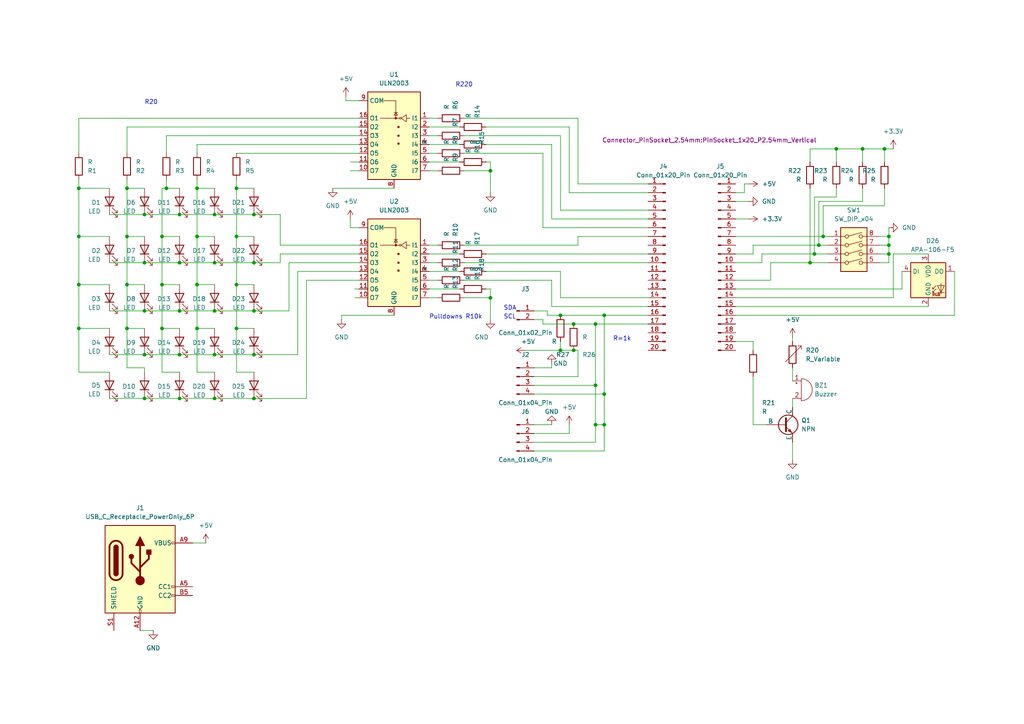
<source format=kicad_sch>
(kicad_sch (version 20230121) (generator eeschema)
  (paper "A4")
  (lib_symbols
    (symbol "Connector:Conn_01x02_Pin" (pin_names (offset 1.016) hide)
      (property "Reference" "J" (at 0 2.54 0))
      (property "Value" "Conn_01x02_Pin" (at 0 -5.08 0))
      (symbol "Conn_01x02_Pin_1_1"
        (pin passive line (at 5.08 0 180) (length 3.81) (name "Pin_1") (number "1"))
        (pin passive line (at 5.08 -2.54 180) (length 3.81) (name "Pin_2") (number "2"))
      )
    )
    (symbol "Connector:Conn_01x04_Pin" (pin_names (offset 1.016) hide)
      (property "Reference" "J" (at 0 5.08 0))
      (property "Value" "Conn_01x04_Pin" (at 0 -7.62 0))
      (symbol "Conn_01x04_Pin_1_1"
        (pin passive line (at 5.08 2.54 180) (length 3.81) (name "Pin_1") (number "1"))
        (pin passive line (at 5.08 0 180) (length 3.81) (name "Pin_2") (number "2"))
        (pin passive line (at 5.08 -2.54 180) (length 3.81) (name "Pin_3") (number "3"))
        (pin passive line (at 5.08 -5.08 180) (length 3.81) (name "Pin_4") (number "4"))
      )
    )
    (symbol "Connector:Conn_01x20_Pin" (pin_names (offset 1.016) hide)
      (property "Reference" "J" (at 0 25.4 0))
      (property "Value" "Conn_01x20_Pin" (at 0 -27.94 0))
      (symbol "Conn_01x20_Pin_1_1"
        (pin passive line (at 5.08 22.86 180) (length 3.81) (name "Pin_1") (number "1"))
        (pin passive line (at 5.08 0 180) (length 3.81) (name "Pin_10") (number "10"))
        (pin passive line (at 5.08 -2.54 180) (length 3.81) (name "Pin_11") (number "11"))
        (pin passive line (at 5.08 -5.08 180) (length 3.81) (name "Pin_12") (number "12"))
        (pin passive line (at 5.08 -7.62 180) (length 3.81) (name "Pin_13") (number "13"))
        (pin passive line (at 5.08 -10.16 180) (length 3.81) (name "Pin_14") (number "14"))
        (pin passive line (at 5.08 -12.7 180) (length 3.81) (name "Pin_15") (number "15"))
        (pin passive line (at 5.08 -15.24 180) (length 3.81) (name "Pin_16") (number "16"))
        (pin passive line (at 5.08 -17.78 180) (length 3.81) (name "Pin_17") (number "17"))
        (pin passive line (at 5.08 -20.32 180) (length 3.81) (name "Pin_18") (number "18"))
        (pin passive line (at 5.08 -22.86 180) (length 3.81) (name "Pin_19") (number "19"))
        (pin passive line (at 5.08 20.32 180) (length 3.81) (name "Pin_2") (number "2"))
        (pin passive line (at 5.08 -25.4 180) (length 3.81) (name "Pin_20") (number "20"))
        (pin passive line (at 5.08 17.78 180) (length 3.81) (name "Pin_3") (number "3"))
        (pin passive line (at 5.08 15.24 180) (length 3.81) (name "Pin_4") (number "4"))
        (pin passive line (at 5.08 12.7 180) (length 3.81) (name "Pin_5") (number "5"))
        (pin passive line (at 5.08 10.16 180) (length 3.81) (name "Pin_6") (number "6"))
        (pin passive line (at 5.08 7.62 180) (length 3.81) (name "Pin_7") (number "7"))
        (pin passive line (at 5.08 5.08 180) (length 3.81) (name "Pin_8") (number "8"))
        (pin passive line (at 5.08 2.54 180) (length 3.81) (name "Pin_9") (number "9"))
      )
    )
    (symbol "Connector:USB_C_Receptacle_PowerOnly_6P" (pin_names (offset 1.016))
      (property "Reference" "J" (at 0 16.51 0))
      (property "Value" "USB_C_Receptacle_PowerOnly_6P" (at 0 13.97 0))
      (symbol "USB_C_Receptacle_PowerOnly_6P_1_1"
        (pin passive line (at 0 -17.78 90) (length 5.08) (name "GND") (number "A12"))
        (pin bidirectional line (at 15.24 -5.08 180) (length 5.08) (name "CC1") (number "A5"))
        (pin passive line (at 15.24 7.62 180) (length 5.08) (name "VBUS") (number "A9"))
        (pin passive line (at 0 -17.78 90) (length 5.08) hide (name "GND") (number "B12"))
        (pin bidirectional line (at 15.24 -7.62 180) (length 5.08) (name "CC2") (number "B5"))
        (pin passive line (at 15.24 7.62 180) (length 5.08) hide (name "VBUS") (number "B9"))
        (pin passive line (at -7.62 -17.78 90) (length 5.08) (name "SHIELD") (number "S1"))
      )
    )
    (symbol "Device:Buzzer" (pin_names (offset 0.0254) hide)
      (property "Reference" "BZ" (at 3.81 1.27 0))
      (property "Value" "Buzzer" (at 3.81 -1.27 0))
      (symbol "Buzzer_1_1"
        (pin passive line (at -2.54 2.54 0) (length 2.54) (name "-") (number "1"))
        (pin passive line (at -2.54 -2.54 0) (length 2.54) (name "+") (number "2"))
      )
    )
    (symbol "Device:LED" (pin_numbers hide) (pin_names (offset 1.016) hide)
      (property "Reference" "D" (at 0 2.54 0))
      (property "Value" "LED" (at 0 -2.54 0))
      (symbol "LED_1_1"
        (pin passive line (at -3.81 0 0) (length 2.54) (name "K") (number "1"))
        (pin passive line (at 3.81 0 180) (length 2.54) (name "A") (number "2"))
      )
    )
    (symbol "Device:R" (pin_numbers hide) (pin_names (offset 0))
      (property "Reference" "R" (at 2.032 0 90))
      (property "Value" "R" (at 0 0 90))
      (symbol "R_1_1"
        (pin passive line (at 0 3.81 270) (length 1.27) (name "~") (number "1"))
        (pin passive line (at 0 -3.81 90) (length 1.27) (name "~") (number "2"))
      )
    )
    (symbol "Device:R_Variable" (pin_numbers hide) (pin_names (offset 0))
      (property "Reference" "R" (at 2.54 -2.54 90))
      (property "Value" "R_Variable" (at -2.54 -1.27 90))
      (symbol "R_Variable_1_1"
        (pin passive line (at 0 3.81 270) (length 1.27) (name "~") (number "1"))
        (pin passive line (at 0 -3.81 90) (length 1.27) (name "~") (number "2"))
      )
    )
    (symbol "LED:APA-106-F5"
      (property "Reference" "D" (at 5.08 5.715 0))
      (property "Value" "APA-106-F5" (at 1.27 -5.715 0))
      (symbol "APA-106-F5_0_0"
        (text "RGB" (at 2.286 -4.191 0) (effects (font (size 0.762 0.762))))
      )
      (symbol "APA-106-F5_1_1"
        (pin output line (at 7.62 2.54 180) (length 2.54) (name "DO") (number "1"))
        (pin power_in line (at 0 -7.62 90) (length 2.54) (name "GND") (number "2"))
        (pin power_in line (at 0 7.62 270) (length 2.54) (name "VDD") (number "3"))
        (pin input line (at -7.62 2.54 0) (length 2.54) (name "DI") (number "4"))
      )
    )
    (symbol "Simulation_SPICE:NPN" (pin_numbers hide) (pin_names (offset 0))
      (property "Reference" "Q" (at -2.54 7.62 0))
      (property "Value" "NPN" (at -2.54 5.08 0))
      (symbol "NPN_1_1"
        (pin open_collector line (at 2.54 5.08 270) (length 2.54) (name "C") (number "1"))
        (pin input line (at -5.08 0 0) (length 2.54) (name "B") (number "2"))
        (pin open_emitter line (at 2.54 -5.08 90) (length 2.54) (name "E") (number "3"))
      )
    )
    (symbol "Switch:SW_DIP_x04" (pin_names (offset 0) hide)
      (property "Reference" "SW" (at 0 8.89 0))
      (property "Value" "SW_DIP_x04" (at 0 -6.35 0))
      (symbol "SW_DIP_x04_1_1"
        (pin passive line (at -7.62 5.08 0) (length 5.08) (name "~") (number "1"))
        (pin passive line (at -7.62 2.54 0) (length 5.08) (name "~") (number "2"))
        (pin passive line (at -7.62 0 0) (length 5.08) (name "~") (number "3"))
        (pin passive line (at -7.62 -2.54 0) (length 5.08) (name "~") (number "4"))
        (pin passive line (at 7.62 -2.54 180) (length 5.08) (name "~") (number "5"))
        (pin passive line (at 7.62 0 180) (length 5.08) (name "~") (number "6"))
        (pin passive line (at 7.62 2.54 180) (length 5.08) (name "~") (number "7"))
        (pin passive line (at 7.62 5.08 180) (length 5.08) (name "~") (number "8"))
      )
    )
    (symbol "Transistor_Array:ULN2003"
      (property "Reference" "U" (at 0 15.875 0))
      (property "Value" "ULN2003" (at 0 13.97 0))
      (symbol "ULN2003_1_1"
        (pin input line (at -10.16 5.08 0) (length 2.54) (name "I1") (number "1"))
        (pin open_collector line (at 10.16 -10.16 180) (length 2.54) (name "O7") (number "10"))
        (pin open_collector line (at 10.16 -7.62 180) (length 2.54) (name "O6") (number "11"))
        (pin open_collector line (at 10.16 -5.08 180) (length 2.54) (name "O5") (number "12"))
        (pin open_collector line (at 10.16 -2.54 180) (length 2.54) (name "O4") (number "13"))
        (pin open_collector line (at 10.16 0 180) (length 2.54) (name "O3") (number "14"))
        (pin open_collector line (at 10.16 2.54 180) (length 2.54) (name "O2") (number "15"))
        (pin open_collector line (at 10.16 5.08 180) (length 2.54) (name "O1") (number "16"))
        (pin input line (at -10.16 2.54 0) (length 2.54) (name "I2") (number "2"))
        (pin input line (at -10.16 0 0) (length 2.54) (name "I3") (number "3"))
        (pin input line (at -10.16 -2.54 0) (length 2.54) (name "I4") (number "4"))
        (pin input line (at -10.16 -5.08 0) (length 2.54) (name "I5") (number "5"))
        (pin input line (at -10.16 -7.62 0) (length 2.54) (name "I6") (number "6"))
        (pin input line (at -10.16 -10.16 0) (length 2.54) (name "I7") (number "7"))
        (pin power_in line (at 0 -15.24 90) (length 2.54) (name "GND") (number "8"))
        (pin passive line (at 10.16 10.16 180) (length 2.54) (name "COM") (number "9"))
      )
    )
    (symbol "power:+3.3V" (power) (pin_names (offset 0))
      (property "Value" "+3.3V" (at 0 3.556 0))
      (symbol "+3.3V_1_1"
        (pin power_in line (at 0 0 90) (length 0) hide (name "+3.3V") (number "1"))
      )
    )
    (symbol "power:+5V" (power) (pin_names (offset 0))
      (property "Value" "+5V" (at 0 3.556 0))
      (symbol "+5V_1_1"
        (pin power_in line (at 0 0 90) (length 0) hide (name "+5V") (number "1"))
      )
    )
    (symbol "power:GND" (power) (pin_names (offset 0))
      (property "Value" "GND" (at 0 -3.81 0))
      (symbol "GND_1_1"
        (pin power_in line (at 0 0 270) (length 0) hide (name "GND") (number "1"))
      )
    )
  )
  (junction (at 52.07 115.57))
  (junction (at 46.99 82.55))
  (junction (at 172.72 111.76))
  (junction (at 238.76 68.58))
  (junction (at 68.58 82.55))
  (junction (at 234.95 76.2))
  (junction (at 237.49 71.12))
  (junction (at 62.23 76.2))
  (junction (at 62.23 90.17))
  (junction (at 57.15 95.25))
  (junction (at 73.66 62.23))
  (junction (at 41.91 90.17))
  (junction (at 22.86 82.55))
  (junction (at 36.83 95.25))
  (junction (at 257.81 71.12))
  (junction (at 242.57 43.18))
  (junction (at 41.91 76.2))
  (junction (at 52.07 76.2))
  (junction (at 250.19 43.18))
  (junction (at 52.07 62.23))
  (junction (at 36.83 68.58))
  (junction (at 22.86 95.25))
  (junction (at 172.72 93.98))
  (junction (at 57.15 82.55))
  (junction (at 48.26 54.61))
  (junction (at 41.91 102.87))
  (junction (at 142.24 49.53))
  (junction (at 166.37 93.98))
  (junction (at 73.66 90.17))
  (junction (at 46.99 95.25))
  (junction (at 46.99 68.58))
  (junction (at 22.86 68.58))
  (junction (at 257.81 73.66))
  (junction (at 175.26 114.3))
  (junction (at 57.15 68.58))
  (junction (at 175.26 123.19))
  (junction (at 36.83 54.61))
  (junction (at 73.66 102.87))
  (junction (at 22.86 54.61))
  (junction (at 52.07 102.87))
  (junction (at 68.58 54.61))
  (junction (at 256.54 43.18))
  (junction (at 236.22 73.66))
  (junction (at 257.81 68.58))
  (junction (at 142.24 86.36))
  (junction (at 73.66 76.2))
  (junction (at 172.72 123.19))
  (junction (at 73.66 115.57))
  (junction (at 162.56 91.44))
  (junction (at 57.15 54.61))
  (junction (at 36.83 82.55))
  (junction (at 41.91 62.23))
  (junction (at 52.07 90.17))
  (junction (at 62.23 102.87))
  (junction (at 68.58 95.25))
  (junction (at 68.58 68.58))
  (junction (at 62.23 62.23))
  (junction (at 175.26 91.44))
  (junction (at 41.91 115.57))
  (junction (at 62.23 115.57))
  (junction (at 162.56 101.6))
  (junction (at 166.37 101.6))
  (wire (pts (xy 124.46 36.83) (xy 133.35 36.83)))
  (wire (pts (xy 140.97 46.99) (xy 142.24 46.99)))
  (wire (pts (xy 48.26 52.07) (xy 48.26 54.61)))
  (wire (pts (xy 220.98 73.66) (xy 236.22 73.66)))
  (wire (pts (xy 157.48 92.71) (xy 157.48 93.98)))
  (wire (pts (xy 172.72 93.98) (xy 187.96 93.98)))
  (wire (pts (xy 22.86 95.25) (xy 22.86 107.95)))
  (wire (pts (xy 154.94 109.22) (xy 167.64 109.22)))
  (wire (pts (xy 172.72 111.76) (xy 172.72 123.19)))
  (wire (pts (xy 261.62 83.82) (xy 213.36 83.82)))
  (wire (pts (xy 140.97 36.83) (xy 165.1 36.83)))
  (wire (pts (xy 83.82 90.17) (xy 83.82 76.2)))
  (wire (pts (xy 213.36 63.5) (xy 217.17 63.5)))
  (wire (pts (xy 157.48 66.04) (xy 157.48 44.45)))
  (wire (pts (xy 236.22 57.15) (xy 236.22 73.66)))
  (wire (pts (xy 140.97 78.74) (xy 162.56 78.74)))
  (wire (pts (xy 68.58 52.07) (xy 68.58 54.61)))
  (wire (pts (xy 124.46 41.91) (xy 133.35 41.91)))
  (wire (pts (xy 52.07 76.2) (xy 41.91 76.2)))
  (wire (pts (xy 46.99 82.55) (xy 46.99 95.25)))
  (wire (pts (xy 167.64 53.34) (xy 167.64 34.29)))
  (wire (pts (xy 52.07 95.25) (xy 46.99 95.25)))
  (wire (pts (xy 234.95 46.99) (xy 234.95 43.18)))
  (wire (pts (xy 154.94 130.81) (xy 175.26 130.81)))
  (wire (pts (xy 213.36 81.28) (xy 223.52 81.28)))
  (wire (pts (xy 22.86 82.55) (xy 22.86 95.25)))
  (wire (pts (xy 62.23 76.2) (xy 52.07 76.2)))
  (wire (pts (xy 46.99 95.25) (xy 46.99 107.95)))
  (wire (pts (xy 52.07 107.95) (xy 46.99 107.95)))
  (wire (pts (xy 62.23 82.55) (xy 57.15 82.55)))
  (wire (pts (xy 242.57 57.15) (xy 236.22 57.15)))
  (wire (pts (xy 52.07 102.87) (xy 41.91 102.87)))
  (wire (pts (xy 52.07 115.57) (xy 41.91 115.57)))
  (wire (pts (xy 22.86 34.29) (xy 22.86 44.45)))
  (wire (pts (xy 240.03 71.12) (xy 237.49 71.12)))
  (wire (pts (xy 213.36 76.2) (xy 220.98 76.2)))
  (wire (pts (xy 86.36 102.87) (xy 86.36 78.74)))
  (wire (pts (xy 172.72 123.19) (xy 172.72 128.27)))
  (wire (pts (xy 73.66 107.95) (xy 68.58 107.95)))
  (wire (pts (xy 31.75 82.55) (xy 22.86 82.55)))
  (wire (pts (xy 175.26 91.44) (xy 187.96 91.44)))
  (wire (pts (xy 234.95 43.18) (xy 242.57 43.18)))
  (wire (pts (xy 81.28 71.12) (xy 104.14 71.12)))
  (wire (pts (xy 57.15 54.61) (xy 57.15 68.58)))
  (wire (pts (xy 238.76 68.58) (xy 240.03 68.58)))
  (wire (pts (xy 22.86 68.58) (xy 22.86 82.55)))
  (wire (pts (xy 220.98 76.2) (xy 220.98 73.66)))
  (wire (pts (xy 154.94 90.17) (xy 158.75 90.17)))
  (wire (pts (xy 41.91 62.23) (xy 31.75 62.23)))
  (wire (pts (xy 218.44 109.22) (xy 218.44 123.19)))
  (wire (pts (xy 242.57 43.18) (xy 250.19 43.18)))
  (wire (pts (xy 73.66 82.55) (xy 68.58 82.55)))
  (wire (pts (xy 250.19 43.18) (xy 250.19 46.99)))
  (wire (pts (xy 158.75 91.44) (xy 162.56 91.44)))
  (wire (pts (xy 229.87 128.27) (xy 229.87 133.35)))
  (wire (pts (xy 218.44 99.06) (xy 218.44 101.6)))
  (wire (pts (xy 104.14 44.45) (xy 68.58 44.45)))
  (wire (pts (xy 255.27 71.12) (xy 257.81 71.12)))
  (wire (pts (xy 36.83 54.61) (xy 36.83 68.58)))
  (wire (pts (xy 68.58 82.55) (xy 68.58 95.25)))
  (wire (pts (xy 223.52 76.2) (xy 234.95 76.2)))
  (wire (pts (xy 162.56 91.44) (xy 175.26 91.44)))
  (wire (pts (xy 124.46 71.12) (xy 127 71.12)))
  (wire (pts (xy 154.94 123.19) (xy 160.02 123.19)))
  (wire (pts (xy 124.46 46.99) (xy 133.35 46.99)))
  (wire (pts (xy 175.26 130.81) (xy 175.26 123.19)))
  (wire (pts (xy 172.72 123.19) (xy 175.26 123.19)))
  (wire (pts (xy 36.83 36.83) (xy 36.83 44.45)))
  (wire (pts (xy 68.58 95.25) (xy 68.58 107.95)))
  (wire (pts (xy 62.23 102.87) (xy 52.07 102.87)))
  (wire (pts (xy 154.94 106.68) (xy 160.02 106.68)))
  (wire (pts (xy 81.28 76.2) (xy 81.28 73.66)))
  (wire (pts (xy 104.14 36.83) (xy 36.83 36.83)))
  (wire (pts (xy 238.76 59.69) (xy 238.76 68.58)))
  (wire (pts (xy 31.75 54.61) (xy 22.86 54.61)))
  (wire (pts (xy 31.75 95.25) (xy 22.86 95.25)))
  (wire (pts (xy 259.08 86.36) (xy 259.08 73.66)))
  (wire (pts (xy 229.87 115.57) (xy 229.87 118.11)))
  (wire (pts (xy 152.4 101.6) (xy 162.56 101.6)))
  (wire (pts (xy 124.46 73.66) (xy 133.35 73.66)))
  (wire (pts (xy 213.36 88.9) (xy 269.24 88.9)))
  (wire (pts (xy 261.62 78.74) (xy 261.62 83.82)))
  (wire (pts (xy 187.96 60.96) (xy 162.56 60.96)))
  (wire (pts (xy 160.02 106.68) (xy 160.02 105.41)))
  (wire (pts (xy 62.23 54.61) (xy 57.15 54.61)))
  (wire (pts (xy 124.46 81.28) (xy 127 81.28)))
  (wire (pts (xy 255.27 73.66) (xy 257.81 73.66)))
  (wire (pts (xy 237.49 71.12) (xy 218.44 71.12)))
  (wire (pts (xy 157.48 44.45) (xy 134.62 44.45)))
  (wire (pts (xy 166.37 101.6) (xy 167.64 101.6)))
  (wire (pts (xy 73.66 115.57) (xy 62.23 115.57)))
  (wire (pts (xy 213.36 68.58) (xy 238.76 68.58)))
  (wire (pts (xy 218.44 123.19) (xy 222.25 123.19)))
  (wire (pts (xy 187.96 86.36) (xy 162.56 86.36)))
  (wire (pts (xy 167.64 109.22) (xy 167.64 101.6)))
  (wire (pts (xy 48.26 39.37) (xy 48.26 44.45)))
  (wire (pts (xy 134.62 39.37) (xy 162.56 39.37)))
  (wire (pts (xy 165.1 123.19) (xy 165.1 125.73)))
  (wire (pts (xy 134.62 76.2) (xy 187.96 76.2)))
  (wire (pts (xy 242.57 54.61) (xy 242.57 57.15)))
  (wire (pts (xy 142.24 86.36) (xy 142.24 92.71)))
  (wire (pts (xy 73.66 54.61) (xy 68.58 54.61)))
  (wire (pts (xy 142.24 46.99) (xy 142.24 49.53)))
  (wire (pts (xy 46.99 54.61) (xy 46.99 68.58)))
  (wire (pts (xy 73.66 68.58) (xy 68.58 68.58)))
  (wire (pts (xy 41.91 90.17) (xy 31.75 90.17)))
  (wire (pts (xy 81.28 62.23) (xy 81.28 71.12)))
  (wire (pts (xy 83.82 76.2) (xy 104.14 76.2)))
  (wire (pts (xy 41.91 68.58) (xy 36.83 68.58)))
  (wire (pts (xy 162.56 99.06) (xy 162.56 101.6)))
  (wire (pts (xy 237.49 58.42) (xy 237.49 71.12)))
  (wire (pts (xy 157.48 93.98) (xy 166.37 93.98)))
  (wire (pts (xy 124.46 76.2) (xy 127 76.2)))
  (wire (pts (xy 140.97 73.66) (xy 187.96 73.66)))
  (wire (pts (xy 234.95 54.61) (xy 234.95 76.2)))
  (wire (pts (xy 154.94 128.27) (xy 172.72 128.27)))
  (wire (pts (xy 52.07 90.17) (xy 41.91 90.17)))
  (wire (pts (xy 41.91 82.55) (xy 36.83 82.55)))
  (wire (pts (xy 215.9 55.88) (xy 213.36 55.88)))
  (wire (pts (xy 259.08 73.66) (xy 269.24 73.66)))
  (wire (pts (xy 229.87 97.79) (xy 229.87 99.06)))
  (wire (pts (xy 73.66 102.87) (xy 62.23 102.87)))
  (wire (pts (xy 175.26 91.44) (xy 175.26 114.3)))
  (wire (pts (xy 73.66 90.17) (xy 83.82 90.17)))
  (wire (pts (xy 162.56 78.74) (xy 162.56 86.36)))
  (wire (pts (xy 81.28 73.66) (xy 104.14 73.66)))
  (wire (pts (xy 86.36 78.74) (xy 104.14 78.74)))
  (wire (pts (xy 62.23 107.95) (xy 57.15 107.95)))
  (wire (pts (xy 187.96 88.9) (xy 160.02 88.9)))
  (wire (pts (xy 46.99 68.58) (xy 46.99 82.55)))
  (wire (pts (xy 62.23 68.58) (xy 57.15 68.58)))
  (wire (pts (xy 167.64 68.58) (xy 187.96 68.58)))
  (wire (pts (xy 101.6 66.04) (xy 101.6 63.5)))
  (wire (pts (xy 160.02 41.91) (xy 160.02 63.5)))
  (wire (pts (xy 213.36 86.36) (xy 259.08 86.36)))
  (wire (pts (xy 73.66 95.25) (xy 68.58 95.25)))
  (wire (pts (xy 73.66 62.23) (xy 62.23 62.23)))
  (wire (pts (xy 250.19 43.18) (xy 256.54 43.18)))
  (wire (pts (xy 41.91 107.95) (xy 41.91 106.68)))
  (wire (pts (xy 165.1 125.73) (xy 154.94 125.73)))
  (wire (pts (xy 187.96 53.34) (xy 167.64 53.34)))
  (wire (pts (xy 22.86 54.61) (xy 22.86 68.58)))
  (wire (pts (xy 73.66 76.2) (xy 81.28 76.2)))
  (wire (pts (xy 124.46 78.74) (xy 133.35 78.74)))
  (wire (pts (xy 104.14 29.21) (xy 100.33 29.21)))
  (wire (pts (xy 104.14 46.99) (xy 101.6 46.99)))
  (wire (pts (xy 142.24 49.53) (xy 142.24 55.88)))
  (wire (pts (xy 100.33 29.21) (xy 100.33 27.94)))
  (wire (pts (xy 124.46 44.45) (xy 127 44.45)))
  (wire (pts (xy 154.94 92.71) (xy 157.48 92.71)))
  (wire (pts (xy 218.44 73.66) (xy 213.36 73.66)))
  (wire (pts (xy 104.14 39.37) (xy 48.26 39.37)))
  (wire (pts (xy 215.9 53.34) (xy 217.17 53.34)))
  (wire (pts (xy 36.83 82.55) (xy 36.83 95.25)))
  (wire (pts (xy 104.14 49.53) (xy 101.6 49.53)))
  (wire (pts (xy 41.91 54.61) (xy 36.83 54.61)))
  (wire (pts (xy 165.1 55.88) (xy 165.1 36.83)))
  (wire (pts (xy 73.66 102.87) (xy 86.36 102.87)))
  (wire (pts (xy 62.23 90.17) (xy 52.07 90.17)))
  (wire (pts (xy 31.75 68.58) (xy 22.86 68.58)))
  (wire (pts (xy 36.83 95.25) (xy 36.83 106.68)))
  (wire (pts (xy 255.27 68.58) (xy 257.81 68.58)))
  (wire (pts (xy 124.46 83.82) (xy 133.35 83.82)))
  (wire (pts (xy 55.88 157.48) (xy 59.69 157.48)))
  (wire (pts (xy 242.57 43.18) (xy 242.57 46.99)))
  (wire (pts (xy 124.46 39.37) (xy 127 39.37)))
  (wire (pts (xy 142.24 83.82) (xy 142.24 86.36)))
  (wire (pts (xy 73.66 115.57) (xy 88.9 115.57)))
  (wire (pts (xy 218.44 71.12) (xy 218.44 73.66)))
  (wire (pts (xy 73.66 90.17) (xy 62.23 90.17)))
  (wire (pts (xy 229.87 106.68) (xy 229.87 110.49)))
  (wire (pts (xy 124.46 86.36) (xy 127 86.36)))
  (wire (pts (xy 52.07 54.61) (xy 48.26 54.61)))
  (wire (pts (xy 22.86 52.07) (xy 22.86 54.61)))
  (wire (pts (xy 99.06 92.71) (xy 99.06 91.44)))
  (wire (pts (xy 41.91 102.87) (xy 31.75 102.87)))
  (wire (pts (xy 257.81 68.58) (xy 257.81 71.12)))
  (wire (pts (xy 41.91 76.2) (xy 31.75 76.2)))
  (wire (pts (xy 175.26 123.19) (xy 175.26 114.3)))
  (wire (pts (xy 234.95 76.2) (xy 240.03 76.2)))
  (wire (pts (xy 36.83 52.07) (xy 36.83 54.61)))
  (wire (pts (xy 257.81 66.04) (xy 257.81 68.58)))
  (wire (pts (xy 134.62 71.12) (xy 167.64 71.12)))
  (wire (pts (xy 104.14 83.82) (xy 102.87 83.82)))
  (wire (pts (xy 57.15 52.07) (xy 57.15 54.61)))
  (wire (pts (xy 104.14 66.04) (xy 101.6 66.04)))
  (wire (pts (xy 160.02 63.5) (xy 187.96 63.5)))
  (wire (pts (xy 62.23 115.57) (xy 52.07 115.57)))
  (wire (pts (xy 62.23 62.23) (xy 52.07 62.23)))
  (wire (pts (xy 73.66 62.23) (xy 81.28 62.23)))
  (wire (pts (xy 57.15 41.91) (xy 57.15 44.45)))
  (wire (pts (xy 172.72 93.98) (xy 172.72 111.76)))
  (wire (pts (xy 96.52 54.61) (xy 114.3 54.61)))
  (wire (pts (xy 256.54 43.18) (xy 256.54 46.99)))
  (wire (pts (xy 162.56 101.6) (xy 166.37 101.6)))
  (wire (pts (xy 134.62 86.36) (xy 142.24 86.36)))
  (wire (pts (xy 213.36 58.42) (xy 217.17 58.42)))
  (wire (pts (xy 215.9 53.34) (xy 215.9 55.88)))
  (wire (pts (xy 124.46 34.29) (xy 127 34.29)))
  (wire (pts (xy 167.64 71.12) (xy 167.64 68.58)))
  (wire (pts (xy 187.96 55.88) (xy 165.1 55.88)))
  (wire (pts (xy 57.15 68.58) (xy 57.15 82.55)))
  (wire (pts (xy 68.58 68.58) (xy 68.58 82.55)))
  (wire (pts (xy 250.19 54.61) (xy 250.19 58.42)))
  (wire (pts (xy 104.14 41.91) (xy 57.15 41.91)))
  (wire (pts (xy 99.06 91.44) (xy 114.3 91.44)))
  (wire (pts (xy 41.91 95.25) (xy 36.83 95.25)))
  (wire (pts (xy 52.07 82.55) (xy 46.99 82.55)))
  (wire (pts (xy 36.83 68.58) (xy 36.83 82.55)))
  (wire (pts (xy 213.36 91.44) (xy 276.86 91.44)))
  (wire (pts (xy 134.62 49.53) (xy 142.24 49.53)))
  (wire (pts (xy 158.75 90.17) (xy 158.75 91.44)))
  (wire (pts (xy 40.64 182.88) (xy 44.45 182.88)))
  (wire (pts (xy 52.07 62.23) (xy 41.91 62.23)))
  (wire (pts (xy 41.91 106.68) (xy 36.83 106.68)))
  (wire (pts (xy 276.86 78.74) (xy 276.86 91.44)))
  (wire (pts (xy 57.15 82.55) (xy 57.15 95.25)))
  (wire (pts (xy 236.22 73.66) (xy 240.03 73.66)))
  (wire (pts (xy 187.96 66.04) (xy 157.48 66.04)))
  (wire (pts (xy 160.02 81.28) (xy 160.02 88.9)))
  (wire (pts (xy 256.54 59.69) (xy 238.76 59.69)))
  (wire (pts (xy 134.62 34.29) (xy 167.64 34.29)))
  (wire (pts (xy 62.23 95.25) (xy 57.15 95.25)))
  (wire (pts (xy 88.9 81.28) (xy 104.14 81.28)))
  (wire (pts (xy 102.87 86.36) (xy 104.14 86.36)))
  (wire (pts (xy 104.14 34.29) (xy 22.86 34.29)))
  (wire (pts (xy 22.86 107.95) (xy 31.75 107.95)))
  (wire (pts (xy 57.15 95.25) (xy 57.15 107.95)))
  (wire (pts (xy 73.66 76.2) (xy 62.23 76.2)))
  (wire (pts (xy 134.62 81.28) (xy 160.02 81.28)))
  (wire (pts (xy 52.07 68.58) (xy 46.99 68.58)))
  (wire (pts (xy 257.81 73.66) (xy 257.81 76.2)))
  (wire (pts (xy 154.94 111.76) (xy 172.72 111.76)))
  (wire (pts (xy 68.58 54.61) (xy 68.58 68.58)))
  (wire (pts (xy 154.94 114.3) (xy 175.26 114.3)))
  (wire (pts (xy 140.97 41.91) (xy 160.02 41.91)))
  (wire (pts (xy 140.97 83.82) (xy 142.24 83.82)))
  (wire (pts (xy 166.37 93.98) (xy 172.72 93.98)))
  (wire (pts (xy 250.19 58.42) (xy 237.49 58.42)))
  (wire (pts (xy 124.46 49.53) (xy 127 49.53)))
  (wire (pts (xy 88.9 115.57) (xy 88.9 81.28)))
  (wire (pts (xy 48.26 54.61) (xy 46.99 54.61)))
  (wire (pts (xy 257.81 71.12) (xy 257.81 73.66)))
  (wire (pts (xy 256.54 43.18) (xy 259.08 43.18)))
  (wire (pts (xy 257.81 76.2) (xy 255.27 76.2)))
  (wire (pts (xy 223.52 81.28) (xy 223.52 76.2)))
  (wire (pts (xy 162.56 60.96) (xy 162.56 39.37)))
  (wire (pts (xy 41.91 115.57) (xy 31.75 115.57)))
  (wire (pts (xy 213.36 99.06) (xy 218.44 99.06)))
  (wire (pts (xy 256.54 54.61) (xy 256.54 59.69)))
  (text "SDA" (at 146.05 90.17 0) (effects (font (size 1.27 1.27)) (justify left bottom)))
  (text "SCL" (at 146.05 92.71 0) (effects (font (size 1.27 1.27)) (justify left bottom)))
  (text "R20" (at 41.91 30.48 0) (effects (font (size 1.27 1.27)) (justify left bottom)))
  (text "R=1k" (at 177.8 99.06 0) (effects (font (size 1.27 1.27)) (justify left bottom)))
  (text "R220\n" (at 132.08 25.4 0) (effects (font (size 1.27 1.27)) (justify left bottom)))
  (text "Pulldowns R10k\n" (at 124.46 92.71 0) (effects (font (size 1.27 1.27)) (justify left bottom)))
  (symbol (lib_id "power:GND") (at 99.06 92.71 0) (unit 1)
    (property "Reference" "#PWR04" (effects hide))
    (property "Value" "GND" (at 99.06 97.79 0))
  )
  (symbol (lib_id "Device:LED") (at 62.23 86.36 90) (unit 1)
    (property "Reference" "D18" (at 59.69 86.6775 90) (effects (justify left)))
    (property "Value" "LED" (at 59.69 89.2175 90) (effects (justify left)))
    (property "Footprint" "LED_SMD:LED_PLCC-2_3.4x3.0mm_KA" (effects hide))
  )
  (symbol (lib_id "power:GND") (at 160.02 123.19 180) (unit 1)
    (property "Reference" "#PWR013" (effects hide))
    (property "Value" "GND" (at 160.02 119.38 0))
  )
  (symbol (lib_id "Device:R") (at 130.81 76.2 270) (mirror x) (unit 1)
    (property "Reference" "R11" (at 132.08 73.66 0) (effects (justify left)))
    (property "Value" "R" (at 123.19 78.74 0) (effects (justify left)))
    (property "Footprint" "Resistor_SMD:R_1210_3225Metric" (effects hide))
  )
  (symbol (lib_id "Device:LED") (at 73.66 58.42 90) (unit 1)
    (property "Reference" "D21" (at 71.12 58.7375 90) (effects (justify left)))
    (property "Value" "LED" (at 71.12 61.2775 90) (effects (justify left)))
    (property "Footprint" "LED_SMD:LED_PLCC-2_3.4x3.0mm_KA" (effects hide))
  )
  (symbol (lib_id "Device:LED") (at 41.91 58.42 90) (unit 1)
    (property "Reference" "D6" (at 39.37 58.7375 90) (effects (justify left)))
    (property "Value" "LED" (at 39.37 61.2775 90) (effects (justify left)))
    (property "Footprint" "LED_SMD:LED_PLCC-2_3.4x3.0mm_KA" (effects hide))
  )
  (symbol (lib_id "Device:LED") (at 41.91 99.06 90) (unit 1)
    (property "Reference" "D9" (at 39.37 99.3775 90) (effects (justify left)))
    (property "Value" "LED" (at 39.37 101.9175 90) (effects (justify left)))
    (property "Footprint" "LED_SMD:LED_PLCC-2_3.4x3.0mm_KA" (effects hide))
  )
  (symbol (lib_id "Device:LED") (at 52.07 58.42 90) (unit 1)
    (property "Reference" "D11" (at 49.53 58.7375 90) (effects (justify left)))
    (property "Value" "LED" (at 49.53 61.2775 90) (effects (justify left)))
    (property "Footprint" "LED_SMD:LED_PLCC-2_3.4x3.0mm_KA" (effects hide))
  )
  (symbol (lib_id "Connector:Conn_01x02_Pin") (at 149.86 90.17 0) (unit 1)
    (property "Reference" "J3" (at 152.4 83.82 0))
    (property "Value" "Conn_01x02_Pin" (at 152.4 96.52 0))
    (property "Footprint" "Connector_PinSocket_2.54mm:PinSocket_1x02_P2.54mm_Horizontal" (effects hide))
  )
  (symbol (lib_id "Device:R") (at 130.81 81.28 270) (mirror x) (unit 1)
    (property "Reference" "R12" (at 132.08 78.74 0) (effects (justify left)))
    (property "Value" "R" (at 129.54 78.74 0) (effects (justify left)))
    (property "Footprint" "Resistor_SMD:R_1210_3225Metric" (effects hide))
  )
  (symbol (lib_id "Device:LED") (at 52.07 111.76 90) (unit 1)
    (property "Reference" "D15" (at 49.53 112.0775 90) (effects (justify left)))
    (property "Value" "LED" (at 49.53 114.6175 90) (effects (justify left)))
    (property "Footprint" "LED_SMD:LED_PLCC-2_3.4x3.0mm_KA" (effects hide))
  )
  (symbol (lib_id "power:GND") (at 142.24 55.88 0) (unit 1)
    (property "Reference" "#PWR07" (effects hide))
    (property "Value" "GND" (at 142.24 60.96 0))
  )
  (symbol (lib_id "Device:R") (at 256.54 50.8 0) (mirror y) (unit 1)
    (property "Reference" "R25" (at 254 49.53 0) (effects (justify left)))
    (property "Value" "R" (at 254 52.07 0) (effects (justify left)))
    (property "Footprint" "Resistor_SMD:R_1210_3225Metric" (effects hide))
  )
  (symbol (lib_id "Device:R") (at 68.58 48.26 0) (mirror x) (unit 1)
    (property "Reference" "R5" (at 71.12 49.53 0) (effects (justify left)))
    (property "Value" "R" (at 71.12 46.99 0) (effects (justify left)))
    (property "Footprint" "Resistor_SMD:R_1210_3225Metric" (effects hide))
  )
  (symbol (lib_id "Device:LED") (at 41.91 72.39 90) (unit 1)
    (property "Reference" "D7" (at 39.37 72.7075 90) (effects (justify left)))
    (property "Value" "LED" (at 39.37 75.2475 90) (effects (justify left)))
    (property "Footprint" "LED_SMD:LED_PLCC-2_3.4x3.0mm_KA" (effects hide))
  )
  (symbol (lib_id "Device:LED") (at 31.75 99.06 90) (unit 1)
    (property "Reference" "D4" (at 29.21 99.3775 90) (effects (justify left)))
    (property "Value" "LED" (at 29.21 101.9175 90) (effects (justify left)))
    (property "Footprint" "LED_SMD:LED_PLCC-2_3.4x3.0mm_KA" (effects hide))
  )
  (symbol (lib_id "Device:LED") (at 31.75 72.39 90) (unit 1)
    (property "Reference" "D2" (at 29.21 72.7075 90) (effects (justify left)))
    (property "Value" "LED" (at 29.21 75.2475 90) (effects (justify left)))
    (property "Footprint" "LED_SMD:LED_PLCC-2_3.4x3.0mm_KA" (effects hide))
  )
  (symbol (lib_id "power:GND") (at 142.24 92.71 0) (unit 1)
    (property "Reference" "#PWR08" (effects hide))
    (property "Value" "GND" (at 139.7 97.79 0))
  )
  (symbol (lib_id "LED:APA-106-F5") (at 269.24 81.28 0) (unit 1)
    (property "Reference" "D26" (at 270.51 69.85 0))
    (property "Value" "APA-106-F5" (at 270.51 72.39 0))
    (property "Footprint" "LED_THT:LED_D5.0mm-4_RGB" (effects hide))
    (property "Datasheet" "https://cdn.sparkfun.com/datasheets/Components/LED/COM-12877.pdf" (effects hide))
  )
  (symbol (lib_id "Device:Buzzer") (at 232.41 113.03 0) (unit 1)
    (property "Reference" "BZ1" (at 236.22 111.76 0) (effects (justify left)))
    (property "Value" "Buzzer" (at 236.22 114.3 0) (effects (justify left)))
    (property "Footprint" "Buzzer_Beeper:MagneticBuzzer_ProSignal_ABI-009-RC" (effects hide))
  )
  (symbol (lib_id "power:+5V") (at 217.17 53.34 270) (unit 1)
    (property "Reference" "#PWR010" (effects hide))
    (property "Value" "+5V" (at 220.98 53.34 90) (effects (justify left)))
  )
  (symbol (lib_id "power:+5V") (at 165.1 123.19 0) (unit 1)
    (property "Reference" "#PWR014" (effects hide))
    (property "Value" "+5V" (at 165.1 118.11 0))
  )
  (symbol (lib_id "Device:R") (at 137.16 41.91 270) (mirror x) (unit 1)
    (property "Reference" "R15" (at 139.7 41.91 0) (effects (justify left)))
    (property "Value" "R" (at 137.16 41.91 0) (effects (justify left)))
    (property "Footprint" "Resistor_SMD:R_1210_3225Metric" (effects hide))
  )
  (symbol (lib_id "power:GND") (at 217.17 58.42 90) (unit 1)
    (property "Reference" "#PWR09" (effects hide))
    (property "Value" "GND" (at 220.98 58.42 90) (effects (justify right)))
  )
  (symbol (lib_id "Device:R_Variable") (at 229.87 102.87 0) (unit 1)
    (property "Reference" "R20" (at 233.68 101.6 0) (effects (justify left)))
    (property "Value" "R_Variable" (at 233.68 104.14 0) (effects (justify left)))
    (property "Footprint" "Potentiometer_THT:Potentiometer_Piher_PT-6-V_Vertical" (effects hide))
  )
  (symbol (lib_id "power:GND") (at 229.87 133.35 0) (unit 1)
    (property "Reference" "#PWR016" (effects hide))
    (property "Value" "GND" (at 229.87 138.43 0))
  )
  (symbol (lib_id "Device:LED") (at 41.91 86.36 90) (unit 1)
    (property "Reference" "D8" (at 39.37 86.6775 90) (effects (justify left)))
    (property "Value" "LED" (at 39.37 89.2175 90) (effects (justify left)))
    (property "Footprint" "LED_SMD:LED_PLCC-2_3.4x3.0mm_KA" (effects hide))
  )
  (symbol (lib_id "Device:R") (at 130.81 86.36 270) (mirror x) (unit 1)
    (property "Reference" "R13" (at 132.08 83.82 0) (effects (justify left)))
    (property "Value" "R" (at 129.54 83.82 0) (effects (justify left)))
    (property "Footprint" "Resistor_SMD:R_1210_3225Metric" (effects hide))
  )
  (symbol (lib_id "Device:R") (at 57.15 48.26 0) (mirror x) (unit 1)
    (property "Reference" "R4" (at 59.69 49.53 0) (effects (justify left)))
    (property "Value" "R" (at 59.69 46.99 0) (effects (justify left)))
    (property "Footprint" "Resistor_SMD:R_1210_3225Metric" (effects hide))
  )
  (symbol (lib_id "Device:LED") (at 73.66 86.36 90) (unit 1)
    (property "Reference" "D23" (at 71.12 86.6775 90) (effects (justify left)))
    (property "Value" "LED" (at 71.12 89.2175 90) (effects (justify left)))
    (property "Footprint" "LED_SMD:LED_PLCC-2_3.4x3.0mm_KA" (effects hide))
  )
  (symbol (lib_id "power:+3.3V") (at 259.08 43.18 0) (unit 1)
    (property "Reference" "#PWR018" (effects hide))
    (property "Value" "+3.3V" (at 259.08 38.1 0))
  )
  (symbol (lib_id "Switch:SW_DIP_x04") (at 247.65 73.66 0) (unit 1)
    (property "Reference" "SW1" (at 247.65 60.96 0))
    (property "Value" "SW_DIP_x04" (at 247.65 63.5 0))
    (property "Footprint" "Connector_PinHeader_2.54mm:PinHeader_2x04_P2.54mm_Vertical" (effects hide))
  )
  (symbol (lib_id "Device:LED") (at 31.75 111.76 90) (unit 1)
    (property "Reference" "D5" (at 29.21 111.76 90) (effects (justify left)))
    (property "Value" "LED" (at 29.21 114.3 90) (effects (justify left)))
    (property "Footprint" "LED_SMD:LED_PLCC-2_3.4x3.0mm_KA" (effects hide))
  )
  (symbol (lib_id "power:+5V") (at 100.33 27.94 0) (unit 1)
    (property "Reference" "#PWR05" (effects hide))
    (property "Value" "+5V" (at 100.33 22.86 0))
  )
  (symbol (lib_id "Device:LED") (at 73.66 111.76 90) (unit 1)
    (property "Reference" "D25" (at 71.12 112.0775 90) (effects (justify left)))
    (property "Value" "LED" (at 71.12 114.6175 90) (effects (justify left)))
    (property "Footprint" "LED_SMD:LED_PLCC-2_3.4x3.0mm_KA" (effects hide))
  )
  (symbol (lib_id "Device:R") (at 36.83 48.26 0) (mirror x) (unit 1)
    (property "Reference" "R2" (at 39.37 49.53 0) (effects (justify left)))
    (property "Value" "R" (at 39.37 46.99 0) (effects (justify left)))
    (property "Footprint" "Resistor_SMD:R_1210_3225Metric" (effects hide))
  )
  (symbol (lib_id "power:+5V") (at 229.87 97.79 0) (unit 1)
    (property "Reference" "#PWR015" (effects hide))
    (property "Value" "+5V" (at 229.87 92.71 0))
  )
  (symbol (lib_id "Device:R") (at 137.16 36.83 270) (mirror x) (unit 1)
    (property "Reference" "R14" (at 138.43 34.29 0) (effects (justify left)))
    (property "Value" "R" (at 135.89 34.29 0) (effects (justify left)))
    (property "Footprint" "Resistor_SMD:R_1210_3225Metric" (effects hide))
  )
  (symbol (lib_id "Device:R") (at 130.81 34.29 270) (mirror x) (unit 1)
    (property "Reference" "R6" (at 132.08 31.75 0) (effects (justify left)))
    (property "Value" "R" (at 129.54 31.75 0) (effects (justify left)))
    (property "Footprint" "Resistor_SMD:R_1210_3225Metric" (effects hide))
  )
  (symbol (lib_id "power:GND") (at 44.45 182.88 0) (unit 1)
    (property "Reference" "#PWR01" (effects hide))
    (property "Value" "GND" (at 44.45 187.96 0))
  )
  (symbol (lib_id "power:+3.3V") (at 217.17 63.5 270) (unit 1)
    (property "Reference" "#PWR017" (effects hide))
    (property "Value" "+3.3V" (at 220.98 63.5 90) (effects (justify left)))
  )
  (symbol (lib_id "Connector:Conn_01x04_Pin") (at 149.86 125.73 0) (unit 1)
    (property "Reference" "J6" (at 152.4 119.38 0))
    (property "Value" "Conn_01x04_Pin" (at 152.4 133.35 0))
    (property "Footprint" "Connector_PinSocket_2.54mm:PinSocket_1x04_P2.54mm_Vertical" (effects hide))
  )
  (symbol (lib_id "power:+5V") (at 59.69 157.48 0) (unit 1)
    (property "Reference" "#PWR02" (effects hide))
    (property "Value" "+5V" (at 59.69 152.4 0))
  )
  (symbol (lib_id "power:GND") (at 257.81 66.04 90) (unit 1)
    (property "Reference" "#PWR019" (effects hide))
    (property "Value" "GND" (at 261.62 66.04 90) (effects (justify right)))
  )
  (symbol (lib_id "Device:R") (at 130.81 39.37 270) (mirror x) (unit 1)
    (property "Reference" "R7" (at 132.08 36.83 0) (effects (justify left)))
    (property "Value" "R" (at 123.19 41.91 0) (effects (justify left)))
    (property "Footprint" "Resistor_SMD:R_1210_3225Metric" (effects hide))
  )
  (symbol (lib_id "Transistor_Array:ULN2003") (at 114.3 76.2 0) (mirror y) (unit 1)
    (property "Reference" "U2" (at 114.3 58.42 0))
    (property "Value" "ULN2003" (at 114.3 60.96 0))
    (property "Footprint" "ULN:D0016A_L" (effects hide))
    (property "Datasheet" "http://www.ti.com/lit/ds/symlink/uln2003a.pdf" (effects hide))
  )
  (symbol (lib_id "Device:LED") (at 62.23 58.42 90) (unit 1)
    (property "Reference" "D16" (at 59.69 58.7375 90) (effects (justify left)))
    (property "Value" "LED" (at 59.69 61.2775 90) (effects (justify left)))
    (property "Footprint" "LED_SMD:LED_PLCC-2_3.4x3.0mm_KA" (effects hide))
  )
  (symbol (lib_id "Device:LED") (at 62.23 99.06 90) (unit 1)
    (property "Reference" "D19" (at 59.69 99.3775 90) (effects (justify left)))
    (property "Value" "LED" (at 59.69 101.9175 90) (effects (justify left)))
    (property "Footprint" "LED_SMD:LED_PLCC-2_3.4x3.0mm_KA" (effects hide))
  )
  (symbol (lib_id "Connector:Conn_01x20_Pin") (at 193.04 76.2 0) (mirror y) (unit 1)
    (property "Reference" "J4" (at 192.405 48.26 0))
    (property "Value" "Conn_01x20_Pin" (at 192.405 50.8 0))
    (property "Footprint" "Connector_PinSocket_2.54mm:PinSocket_1x20_P2.54mm_Vertical" (at 205.74 40.64 0))
  )
  (symbol (lib_id "Device:R") (at 166.37 97.79 0) (mirror x) (unit 1)
    (property "Reference" "R26" (at 168.91 102.87 0) (effects (justify left)))
    (property "Value" "R" (at 168.91 97.79 0) (effects (justify left)))
    (property "Footprint" "Resistor_SMD:R_1210_3225Metric" (effects hide))
  )
  (symbol (lib_id "power:GND") (at 96.52 54.61 0) (unit 1)
    (property "Reference" "#PWR03" (effects hide))
    (property "Value" "GND" (at 96.52 59.69 0))
  )
  (symbol (lib_id "Device:R") (at 250.19 50.8 0) (mirror y) (unit 1)
    (property "Reference" "R24" (at 247.65 49.53 0) (effects (justify left)))
    (property "Value" "R" (at 247.65 52.07 0) (effects (justify left)))
    (property "Footprint" "Resistor_SMD:R_1210_3225Metric" (effects hide))
  )
  (symbol (lib_id "Device:R") (at 234.95 50.8 0) (mirror y) (unit 1)
    (property "Reference" "R22" (at 232.41 49.53 0) (effects (justify left)))
    (property "Value" "R" (at 232.41 52.07 0) (effects (justify left)))
    (property "Footprint" "Resistor_SMD:R_1210_3225Metric" (effects hide))
  )
  (symbol (lib_id "Device:R") (at 48.26 48.26 0) (mirror x) (unit 1)
    (property "Reference" "R3" (at 50.8 49.53 0) (effects (justify left)))
    (property "Value" "R" (at 50.8 46.99 0) (effects (justify left)))
    (property "Footprint" "Resistor_SMD:R_1210_3225Metric" (effects hide))
  )
  (symbol (lib_id "Connector:Conn_01x04_Pin") (at 149.86 109.22 0) (unit 1)
    (property "Reference" "J2" (at 152.4 102.87 0))
    (property "Value" "Conn_01x04_Pin" (at 152.4 116.84 0))
    (property "Footprint" "Connector_PinSocket_2.54mm:PinSocket_1x04_P2.54mm_Vertical" (effects hide))
  )
  (symbol (lib_id "Device:R") (at 137.16 46.99 270) (mirror x) (unit 1)
    (property "Reference" "R16" (at 138.43 44.45 0) (effects (justify left)))
    (property "Value" "R" (at 135.89 44.45 0) (effects (justify left)))
    (property "Footprint" "Resistor_SMD:R_1210_3225Metric" (effects hide))
  )
  (symbol (lib_id "Device:R") (at 242.57 50.8 0) (mirror y) (unit 1)
    (property "Reference" "R23" (at 240.03 49.53 0) (effects (justify left)))
    (property "Value" "R" (at 240.03 52.07 0) (effects (justify left)))
    (property "Footprint" "Resistor_SMD:R_1210_3225Metric" (effects hide))
  )
  (symbol (lib_id "Transistor_Array:ULN2003") (at 114.3 39.37 0) (mirror y) (unit 1)
    (property "Reference" "U1" (at 114.3 21.59 0))
    (property "Value" "ULN2003" (at 114.3 24.13 0))
    (property "Footprint" "ULN:D0016A_L" (effects hide))
    (property "Datasheet" "http://www.ti.com/lit/ds/symlink/uln2003a.pdf" (effects hide))
  )
  (symbol (lib_id "Device:R") (at 137.16 83.82 270) (mirror x) (unit 1)
    (property "Reference" "R19" (at 138.43 81.28 0) (effects (justify left)))
    (property "Value" "R" (at 135.89 81.28 0) (effects (justify left)))
    (property "Footprint" "Resistor_SMD:R_1210_3225Metric" (effects hide))
  )
  (symbol (lib_id "Device:LED") (at 62.23 72.39 90) (unit 1)
    (property "Reference" "D17" (at 59.69 72.7075 90) (effects (justify left)))
    (property "Value" "LED" (at 59.69 75.2475 90) (effects (justify left)))
    (property "Footprint" "LED_SMD:LED_PLCC-2_3.4x3.0mm_KA" (effects hide))
  )
  (symbol (lib_id "Simulation_SPICE:NPN") (at 227.33 123.19 0) (unit 1)
    (property "Reference" "Q1" (at 232.41 121.92 0) (effects (justify left)))
    (property "Value" "NPN" (at 232.41 124.46 0) (effects (justify left)))
    (property "Footprint" "ULN:TO-18_4" (effects hide))
    (property "Sim.Device" "NPN" (effects hide))
    (property "Sim.Type" "GUMMELPOON" (effects hide))
    (property "Sim.Pins" "1=C 2=B 3=E" (effects hide))
  )
  (symbol (lib_id "Connector:Conn_01x20_Pin") (at 208.28 76.2 0) (unit 1)
    (property "Reference" "J5" (at 208.915 48.26 0))
    (property "Value" "Conn_01x20_Pin" (at 208.915 50.8 0))
    (property "Footprint" "Connector_PinSocket_2.54mm:PinSocket_1x20_P2.54mm_Vertical" (effects hide))
  )
  (symbol (lib_id "Device:R") (at 22.86 48.26 0) (mirror x) (unit 1)
    (property "Reference" "R1" (at 25.4 49.53 0) (effects (justify left)))
    (property "Value" "R" (at 25.4 46.99 0) (effects (justify left)))
    (property "Footprint" "Resistor_SMD:R_1210_3225Metric" (effects hide))
  )
  (symbol (lib_id "Device:R") (at 130.81 71.12 270) (mirror x) (unit 1)
    (property "Reference" "R10" (at 132.08 68.58 0) (effects (justify left)))
    (property "Value" "R" (at 129.54 68.58 0) (effects (justify left)))
    (property "Footprint" "Resistor_SMD:R_1210_3225Metric" (effects hide))
  )
  (symbol (lib_id "Device:LED") (at 73.66 72.39 90) (unit 1)
    (property "Reference" "D22" (at 71.12 72.7075 90) (effects (justify left)))
    (property "Value" "LED" (at 71.12 75.2475 90) (effects (justify left)))
    (property "Footprint" "LED_SMD:LED_PLCC-2_3.4x3.0mm_KA" (effects hide))
  )
  (symbol (lib_id "Device:R") (at 137.16 73.66 270) (mirror x) (unit 1)
    (property "Reference" "R17" (at 138.43 71.12 0) (effects (justify left)))
    (property "Value" "R" (at 135.89 71.12 0) (effects (justify left)))
    (property "Footprint" "Resistor_SMD:R_1210_3225Metric" (effects hide))
  )
  (symbol (lib_id "Device:LED") (at 31.75 58.42 90) (unit 1)
    (property "Reference" "D1" (at 29.21 58.7375 90) (effects (justify left)))
    (property "Value" "LED" (at 29.21 61.2775 90) (effects (justify left)))
    (property "Footprint" "LED_SMD:LED_PLCC-2_3.4x3.0mm_KA" (effects hide))
  )
  (symbol (lib_id "Device:LED") (at 52.07 99.06 90) (unit 1)
    (property "Reference" "D14" (at 49.53 99.3775 90) (effects (justify left)))
    (property "Value" "LED" (at 49.53 101.9175 90) (effects (justify left)))
    (property "Footprint" "LED_SMD:LED_PLCC-2_3.4x3.0mm_KA" (effects hide))
  )
  (symbol (lib_id "power:+5V") (at 101.6 63.5 0) (unit 1)
    (property "Reference" "#PWR06" (effects hide))
    (property "Value" "+5V" (at 101.6 58.42 0))
  )
  (symbol (lib_id "Device:LED") (at 73.66 99.06 90) (unit 1)
    (property "Reference" "D24" (at 71.12 99.3775 90) (effects (justify left)))
    (property "Value" "LED" (at 71.12 101.9175 90) (effects (justify left)))
    (property "Footprint" "LED_SMD:LED_PLCC-2_3.4x3.0mm_KA" (effects hide))
  )
  (symbol (lib_id "Device:R") (at 130.81 49.53 270) (mirror x) (unit 1)
    (property "Reference" "R9" (at 132.08 46.99 0) (effects (justify left)))
    (property "Value" "R" (at 129.54 46.99 0) (effects (justify left)))
    (property "Footprint" "Resistor_SMD:R_1210_3225Metric" (effects hide))
  )
  (symbol (lib_id "Device:LED") (at 31.75 86.36 90) (unit 1)
    (property "Reference" "D3" (at 29.21 86.6775 90) (effects (justify left)))
    (property "Value" "LED" (at 29.21 89.2175 90) (effects (justify left)))
    (property "Footprint" "LED_SMD:LED_PLCC-2_3.4x3.0mm_KA" (effects hide))
  )
  (symbol (lib_id "Device:R") (at 218.44 105.41 0) (unit 1)
    (property "Reference" "R21" (at 220.98 116.84 0) (effects (justify left)))
    (property "Value" "R" (at 220.98 119.38 0) (effects (justify left)))
    (property "Footprint" "Resistor_THT:R_Axial_DIN0207_L6.3mm_D2.5mm_P10.16mm_Horizontal" (effects hide))
  )
  (symbol (lib_id "Connector:USB_C_Receptacle_PowerOnly_6P") (at 40.64 165.1 0) (unit 1)
    (property "Reference" "J1" (at 40.64 147.32 0))
    (property "Value" "USB_C_Receptacle_PowerOnly_6P" (at 40.64 149.86 0))
    (property "Footprint" "Connector_USB:USB_C_Receptacle_GCT_USB4135-GF-A_6P_TopMnt_Horizontal" (effects hide))
    (property "Datasheet" "https://www.usb.org/sites/default/files/documents/usb_type-c.zip" (effects hide))
  )
  (symbol (lib_id "Device:R") (at 130.81 44.45 270) (mirror x) (unit 1)
    (property "Reference" "R8" (at 132.08 41.91 0) (effects (justify left)))
    (property "Value" "R" (at 129.54 41.91 0) (effects (justify left)))
    (property "Footprint" "Resistor_SMD:R_1210_3225Metric" (effects hide))
  )
  (symbol (lib_id "Device:LED") (at 52.07 86.36 90) (unit 1)
    (property "Reference" "D13" (at 49.53 86.6775 90) (effects (justify left)))
    (property "Value" "LED" (at 49.53 89.2175 90) (effects (justify left)))
    (property "Footprint" "LED_SMD:LED_PLCC-2_3.4x3.0mm_KA" (effects hide))
  )
  (symbol (lib_id "Device:LED") (at 62.23 111.76 90) (unit 1)
    (property "Reference" "D20" (at 59.69 112.0775 90) (effects (justify left)))
    (property "Value" "LED" (at 59.69 114.6175 90) (effects (justify left)))
    (property "Footprint" "LED_SMD:LED_PLCC-2_3.4x3.0mm_KA" (effects hide))
  )
  (symbol (lib_id "Device:R") (at 162.56 95.25 0) (mirror x) (unit 1)
    (property "Reference" "R27" (at 161.29 102.87 0) (effects (justify left)))
    (property "Value" "R" (at 160.02 99.06 0) (effects (justify left)))
    (property "Footprint" "Resistor_SMD:R_1210_3225Metric" (effects hide))
  )
  (symbol (lib_id "Device:LED") (at 41.91 111.76 90) (unit 1)
    (property "Reference" "D10" (at 39.37 112.0775 90) (effects (justify left)))
    (property "Value" "LED" (at 39.37 114.6175 90) (effects (justify left)))
    (property "Footprint" "LED_SMD:LED_PLCC-2_3.4x3.0mm_KA" (effects hide))
  )
  (symbol (lib_id "Device:LED") (at 52.07 72.39 90) (unit 1)
    (property "Reference" "D12" (at 49.53 72.7075 90) (effects (justify left)))
    (property "Value" "LED" (at 49.53 75.2475 90) (effects (justify left)))
    (property "Footprint" "LED_SMD:LED_PLCC-2_3.4x3.0mm_KA" (effects hide))
  )
  (symbol (lib_id "Device:R") (at 137.16 78.74 270) (mirror x) (unit 1)
    (property "Reference" "R18" (at 139.7 78.74 0) (effects (justify left)))
    (property "Value" "R" (at 137.16 78.74 0) (effects (justify left)))
    (property "Footprint" "Resistor_SMD:R_1210_3225Metric" (effects hide))
  )
  (symbol (lib_id "power:GND") (at 160.02 105.41 180) (unit 1)
    (property "Reference" "#PWR012" (effects hide))
    (property "Value" "GND" (at 162.56 105.41 0))
  )
  (symbol (lib_id "power:+5V") (at 152.4 101.6 90) (unit 1)
    (property "Reference" "#PWR011" (effects hide))
    (property "Value" "+5V" (at 151.13 99.06 90) (effects (justify right)))
  )
)
</source>
